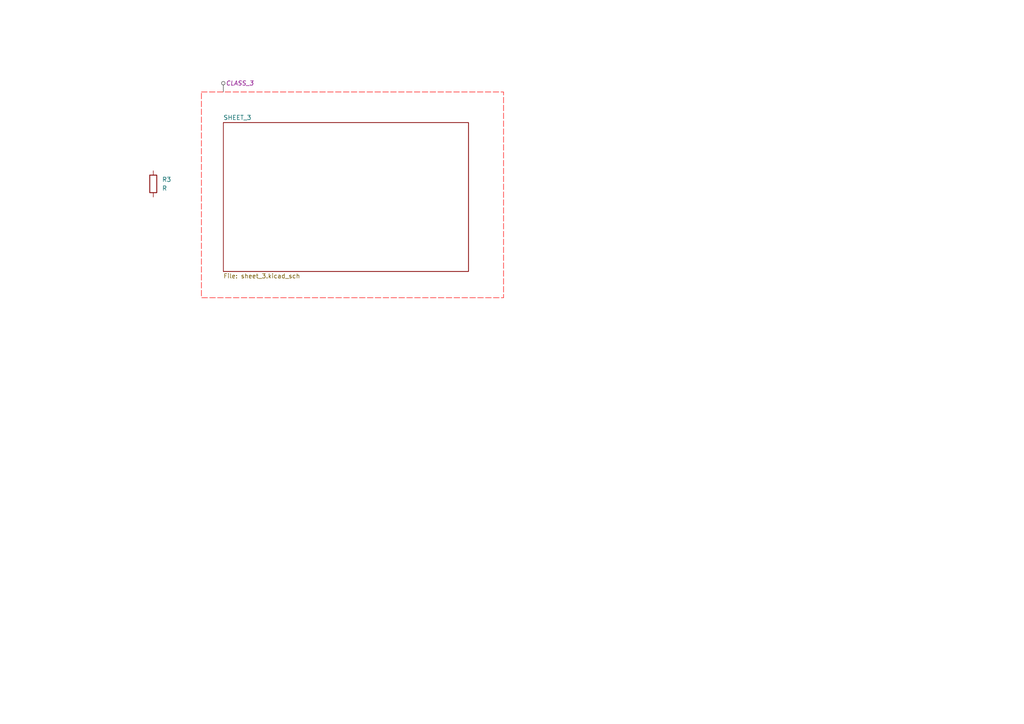
<source format=kicad_sch>
(kicad_sch (version 20250114) (generator "eeschema") (generator_version "9.0")
  (paper "A4")
  (lib_symbols
    (symbol "Device:R" (pin_numbers (hide yes)) (pin_names (offset 0))
      (property "Reference" "R" (at 2.032 0 90))
      (property "Value" "R" (at 0 0 90))
      (symbol "R_0_1"
        (rectangle (start -1.016 -2.54) (end 1.016 2.54) (stroke (width 0.254)))
      )
      (symbol "R_1_1"
        (pin passive line (at 0 3.81 270) (length 1.27) (name "~") (number "1"))
        (pin passive line (at 0 -3.81 90) (length 1.27) (name "~") (number "2"))
      )
    )
  )
  (rule_area (polyline (pts (xy 58.42 26.67) (xy 146.05 26.67) (xy 146.05 86.36) (xy 58.42 86.36)) (stroke (width 0) (type dash))))
  (netclass_flag "" (length 2.54) (shape round) (at 64.77 26.67 0) (property "Component Class" "CLASS_3" (at 65.4685 24.13 0) (effects (font (italic yes)) (justify left))))
  (symbol (lib_id "Device:R") (at 44.45 53.34 0) (unit 1)
    (property "Reference" "R3" (at 46.99 52.0699 0) (effects (justify left)))
    (property "Value" "R" (at 46.99 54.6099 0) (effects (justify left)))
    (property "Footprint" "Resistor_SMD:R_0603_1608Metric" (effects (hide yes)))
    (property "Description" "Resistor" (effects (hide yes)))
    (instances (project "hierarchical_component_classes" (path "" (reference "R3") (unit 1)) (path "" (reference "R4") (unit 1))))
  )
  (sheet (at 64.77 35.56) (size 71.12 43.18) (stroke (width 0.1524))
    (property "Sheetname" "SHEET_3" (at 64.77 34.8484 0) (effects (justify left bottom)))
    (property "Sheetfile" "sheet_3.kicad_sch" (at 64.77 79.3246 0) (effects (justify left top)))
  )
)
</source>
